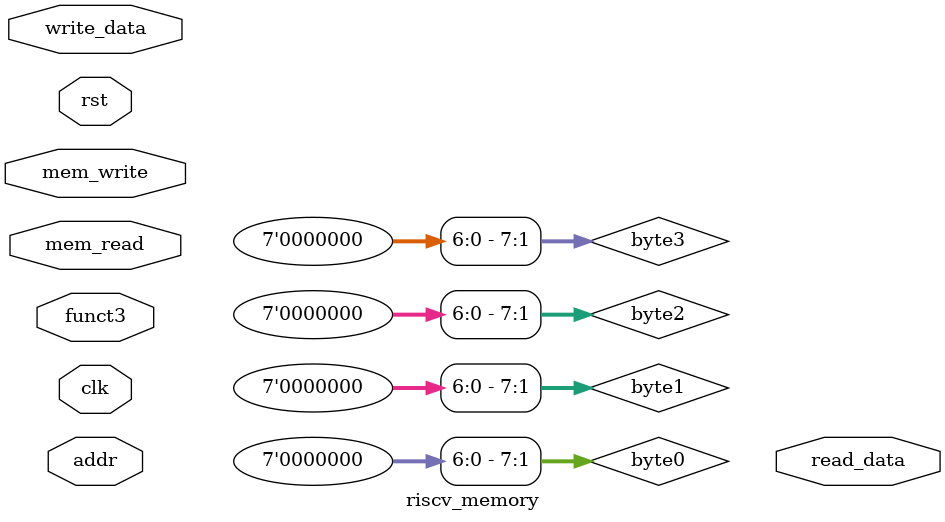
<source format=v>
module riscv_memory(
  input clk,
  input rst,
  input [31:0] addr,
  input [31:0] write_data,
  input mem_read,
  input mem_write,
  input [2:0] funct3,
  output [31:0] read_data
);

  reg [7:0] mem;
  wire [7:0] byte0;
  wire [7:0] byte1;
  wire [7:0] byte2;
  wire [7:0] byte3;
  wire [31:0] word_data;
  wire [15:0] half_data;

  assign byte0 = mem[addr];
  assign byte1 = mem[(addr + 32'd1)];
  assign byte2 = mem[(addr + 32'd2)];
  assign byte3 = mem[(addr + 32'd3)];

endmodule
</source>
